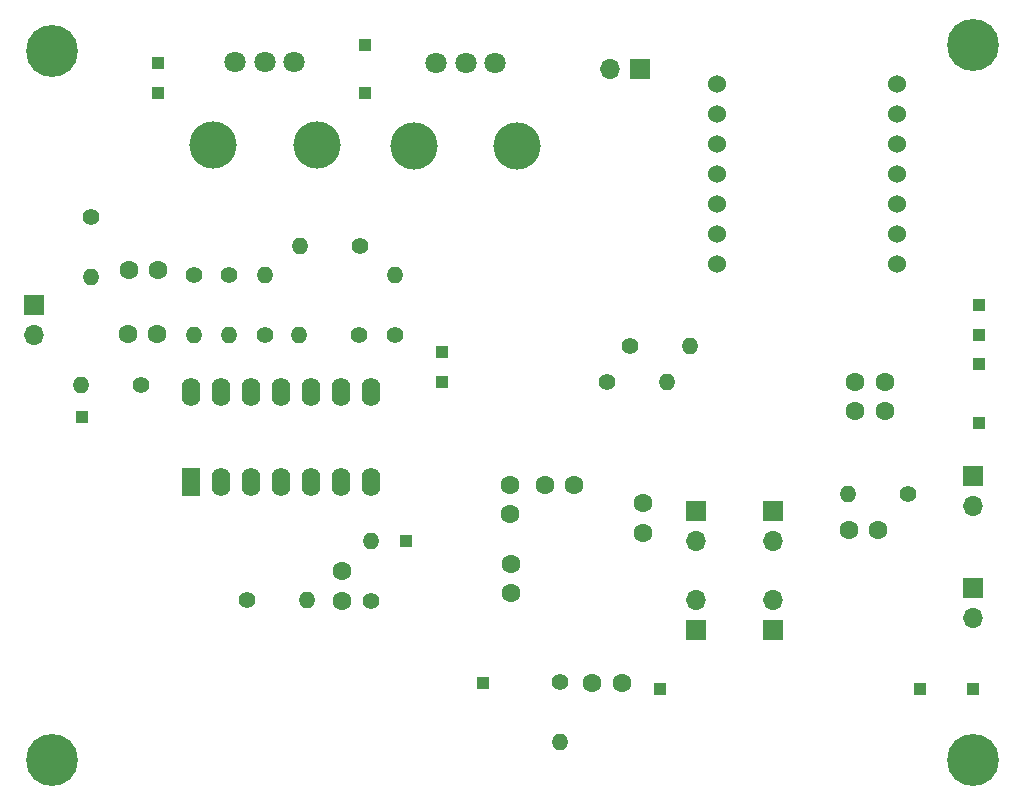
<source format=gbs>
%TF.GenerationSoftware,KiCad,Pcbnew,8.0.3*%
%TF.CreationDate,2025-02-15T10:37:39+01:00*%
%TF.ProjectId,pcb_v0,7063625f-7630-42e6-9b69-6361645f7063,rev?*%
%TF.SameCoordinates,Original*%
%TF.FileFunction,Soldermask,Bot*%
%TF.FilePolarity,Negative*%
%FSLAX46Y46*%
G04 Gerber Fmt 4.6, Leading zero omitted, Abs format (unit mm)*
G04 Created by KiCad (PCBNEW 8.0.3) date 2025-02-15 10:37:39*
%MOMM*%
%LPD*%
G01*
G04 APERTURE LIST*
%ADD10C,1.600000*%
%ADD11R,1.000000X1.000000*%
%ADD12C,1.400000*%
%ADD13O,1.400000X1.400000*%
%ADD14R,1.700000X1.700000*%
%ADD15O,1.700000X1.700000*%
%ADD16C,2.600000*%
%ADD17C,4.400000*%
%ADD18C,4.000000*%
%ADD19C,1.800000*%
%ADD20O,1.600000X2.400000*%
%ADD21R,1.600000X2.400000*%
%ADD22C,1.524000*%
G04 APERTURE END LIST*
D10*
%TO.C,C10*%
X190000000Y-68500000D03*
X192500000Y-68500000D03*
%TD*%
D11*
%TO.C,TP2*%
X220000000Y-103500000D03*
%TD*%
D12*
%TO.C,R5*%
X209500000Y-74000000D03*
D13*
X204420000Y-74000000D03*
%TD*%
D11*
%TO.C,TP14*%
X210000000Y-49500000D03*
%TD*%
%TO.C,TP6*%
X210000000Y-53500000D03*
%TD*%
D10*
%TO.C,C12*%
X254000000Y-78000000D03*
X251500000Y-78000000D03*
%TD*%
D12*
%TO.C,R10*%
X212500000Y-74040000D03*
D13*
X212500000Y-68960000D03*
%TD*%
D14*
%TO.C,LS2*%
X261500000Y-95460000D03*
D15*
X261500000Y-98000000D03*
%TD*%
D11*
%TO.C,TP10*%
X192500000Y-53500000D03*
%TD*%
D12*
%TO.C,R8*%
X209540000Y-66500000D03*
D13*
X204460000Y-66500000D03*
%TD*%
D10*
%TO.C,C16*%
X222310267Y-95882914D03*
X222310267Y-93382914D03*
%TD*%
%TO.C,C19*%
X222252829Y-86695366D03*
X222252829Y-89195366D03*
%TD*%
D11*
%TO.C,TP15*%
X262000000Y-71500000D03*
%TD*%
%TO.C,TP8*%
X186000000Y-81000000D03*
%TD*%
D10*
%TO.C,C3*%
X208000000Y-94040000D03*
X208000000Y-96540000D03*
%TD*%
D14*
%TO.C,LS1*%
X261500000Y-86000000D03*
D15*
X261500000Y-88540000D03*
%TD*%
D16*
%TO.C,H2*%
X261500000Y-110000000D03*
D17*
X261500000Y-110000000D03*
%TD*%
D11*
%TO.C,TP17*%
X262000000Y-76500000D03*
%TD*%
%TO.C,TP3*%
X235000000Y-104000000D03*
%TD*%
D12*
%TO.C,R3*%
X256000000Y-87500000D03*
D13*
X250920000Y-87500000D03*
%TD*%
D10*
%TO.C,C2*%
X189898300Y-73923000D03*
X192398300Y-73923000D03*
%TD*%
D14*
%TO.C,LS3*%
X233275000Y-51500000D03*
D15*
X230735000Y-51500000D03*
%TD*%
D10*
%TO.C,C18*%
X225220504Y-86763787D03*
X227720504Y-86763787D03*
%TD*%
D14*
%TO.C,LS4*%
X182000000Y-71460000D03*
D15*
X182000000Y-74000000D03*
%TD*%
D10*
%TO.C,C15*%
X233500000Y-90790000D03*
X233500000Y-88290000D03*
%TD*%
D12*
%TO.C,R12*%
X230460000Y-78000000D03*
D13*
X235540000Y-78000000D03*
%TD*%
D11*
%TO.C,TP13*%
X192500000Y-51000000D03*
%TD*%
D12*
%TO.C,R14*%
X200000000Y-96500000D03*
D13*
X205080000Y-96500000D03*
%TD*%
D14*
%TO.C,J1*%
X244500000Y-99040000D03*
D15*
X244500000Y-96500000D03*
%TD*%
D11*
%TO.C,TP4*%
X261500000Y-104000000D03*
%TD*%
%TO.C,TP7*%
X213500000Y-91500000D03*
%TD*%
D12*
%TO.C,R4*%
X198500000Y-68920000D03*
D13*
X198500000Y-74000000D03*
%TD*%
D14*
%TO.C,J4*%
X238000000Y-88960000D03*
D15*
X238000000Y-91500000D03*
%TD*%
D10*
%TO.C,C6*%
X253460000Y-90500000D03*
X250960000Y-90500000D03*
%TD*%
D14*
%TO.C,J2*%
X244500000Y-88960000D03*
D15*
X244500000Y-91500000D03*
%TD*%
D11*
%TO.C,TP1*%
X257000000Y-104000000D03*
%TD*%
%TO.C,TP9*%
X216500000Y-78000000D03*
%TD*%
D16*
%TO.C,H3*%
X183500000Y-110000000D03*
D17*
X183500000Y-110000000D03*
%TD*%
D12*
%TO.C,R16*%
X226481625Y-103384540D03*
D13*
X226481625Y-108464540D03*
%TD*%
D16*
%TO.C,H1*%
X261500000Y-49500000D03*
D17*
X261500000Y-49500000D03*
%TD*%
D10*
%TO.C,C1*%
X229250000Y-103500000D03*
X231750000Y-103500000D03*
%TD*%
D18*
%TO.C,RV1*%
X205900000Y-57950000D03*
X197100000Y-57950000D03*
D19*
X199000000Y-50950000D03*
X201500000Y-50950000D03*
X204000000Y-50950000D03*
%TD*%
D11*
%TO.C,TP16*%
X262000000Y-74000000D03*
%TD*%
D16*
%TO.C,H4*%
X183500000Y-50000000D03*
D17*
X183500000Y-50000000D03*
%TD*%
D12*
%TO.C,R13*%
X232460000Y-75000000D03*
D13*
X237540000Y-75000000D03*
%TD*%
D10*
%TO.C,C13*%
X251500000Y-80500000D03*
X254000000Y-80500000D03*
%TD*%
D12*
%TO.C,R7*%
X210500000Y-96580000D03*
D13*
X210500000Y-91500000D03*
%TD*%
D12*
%TO.C,R6*%
X191055052Y-78237299D03*
D13*
X185975052Y-78237299D03*
%TD*%
D12*
%TO.C,R9*%
X186820346Y-64043663D03*
D13*
X186820346Y-69123663D03*
%TD*%
D20*
%TO.C,U2*%
X195260000Y-78840000D03*
X197800000Y-78840000D03*
X200340000Y-78840000D03*
X202880000Y-78840000D03*
X205420000Y-78840000D03*
X207960000Y-78840000D03*
X210500000Y-78840000D03*
X210500000Y-86460000D03*
X207960000Y-86460000D03*
X205420000Y-86460000D03*
X202880000Y-86460000D03*
X200340000Y-86460000D03*
X197800000Y-86460000D03*
D21*
X195260000Y-86460000D03*
%TD*%
D11*
%TO.C,TP5*%
X262000000Y-81500000D03*
%TD*%
D12*
%TO.C,R2*%
X201500000Y-74000000D03*
D13*
X201500000Y-68920000D03*
%TD*%
D14*
%TO.C,J3*%
X238000000Y-99040000D03*
D15*
X238000000Y-96500000D03*
%TD*%
D11*
%TO.C,TP11*%
X216500000Y-75500000D03*
%TD*%
D12*
%TO.C,R1*%
X195500000Y-68920000D03*
D13*
X195500000Y-74000000D03*
%TD*%
D18*
%TO.C,RV2*%
X222900000Y-58000000D03*
X214100000Y-58000000D03*
D19*
X216000000Y-51000000D03*
X218500000Y-51000000D03*
X221000000Y-51000000D03*
%TD*%
D22*
%TO.C,U3*%
X239760000Y-52760000D03*
X239760000Y-55300000D03*
X239760000Y-57840000D03*
X239760000Y-60380000D03*
X239760000Y-62920000D03*
X239760000Y-65460000D03*
X239760000Y-68000000D03*
X255000000Y-68000000D03*
X255000000Y-65460000D03*
X255000000Y-62920000D03*
X255000000Y-60380000D03*
X255000000Y-57840000D03*
X255000000Y-55300000D03*
X255000000Y-52760000D03*
%TD*%
M02*

</source>
